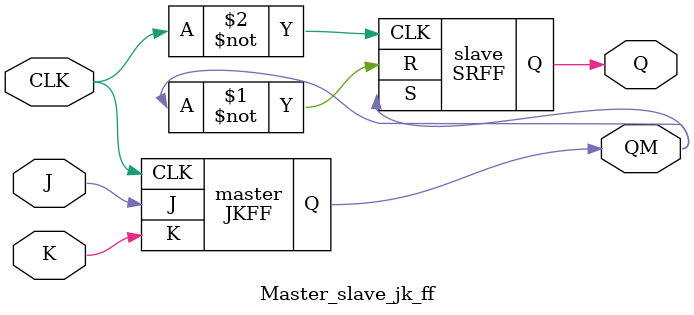
<source format=v>
`timescale 1ns / 1ps
module JKFF(Q,J,K,CLK);
input J,K,CLK;
output reg Q;
always @ (posedge CLK)
case({J,K})
2'b00: Q=Q;
2'b01: Q=0;
2'b10: Q=1;
2'b11: Q=~Q;
endcase
endmodule

module SRFF(Q,S,R,CLK);
input S,R,CLK;
output reg Q;
always @ (posedge CLK) begin
case({S,R})
    2'b00: Q=Q;
    2'b01: Q=0;
    2'b10: Q=1;
    2'b11: Q=1'bX;
endcase
end
endmodule



module Master_slave_jk_ff(Q,QM,J,K,CLK);
input J,K,CLK;
output Q,QM;
JKFF master (.Q(QM),.J(J),.K(K),.CLK(CLK));
SRFF slave (.Q(Q),.S(QM),.R(~QM),.CLK(~CLK));
endmodule

</source>
